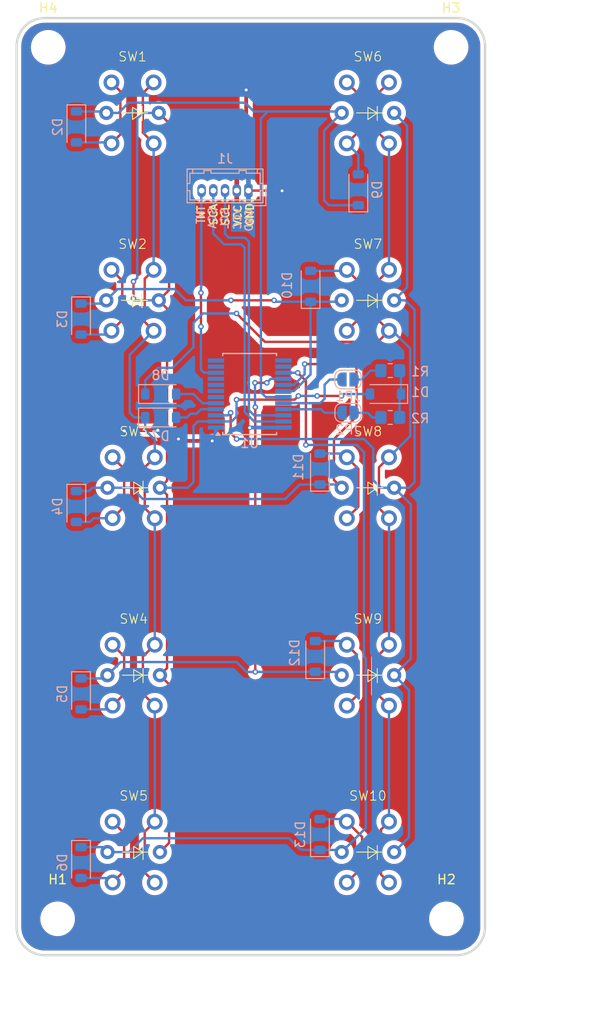
<source format=kicad_pcb>
(kicad_pcb (version 20240108) (generator "pcbnew") (generator_version "8.0")
  (layers (0 "F.Cu" signal) (31 "B.Cu" signal) (34 "B.Paste" user) (35 "F.Paste" user) (36 "B.SilkS" user "B.Silkscreen") (37 "F.SilkS" user "F.Silkscreen") (38 "B.Mask" user) (39 "F.Mask" user) (44 "Edge.Cuts" user))
  (net 0 "")
  (net 1 "GND")
  (net 2 "/COM-0")
  (net 3 "Net-(D1-K)")
  (net 4 "Net-(D2-A)")
  (net 5 "/R2")
  (net 6 "/R3")
  (net 7 "Net-(D3-A)")
  (net 8 "/R4")
  (net 9 "Net-(D4-A)")
  (net 10 "Net-(D5-A)")
  (net 11 "/R5")
  (net 12 "Net-(D6-A)")
  (net 13 "/R6")
  (net 14 "/KS-1")
  (net 15 "/COM-2")
  (net 16 "/COM-3")
  (net 17 "/KS-2")
  (net 18 "Net-(D9-A)")
  (net 19 "Net-(D10-A)")
  (net 20 "Net-(D11-A)")
  (net 21 "Net-(D12-A)")
  (net 22 "Net-(D13-A)")
  (net 23 "/SCA")
  (net 24 "/INT")
  (net 25 "VCC")
  (net 26 "/SCL")
  (net 27 "/R1")
  (net 28 "Net-(JP1-B)")
  (net 29 "/R0")
  (net 30 "Net-(JP2-B)")
  (net 31 "/COM-1")
  (footprint "led-sw:led switch" (layer "F.Cu") (at 107.6213 105)
    (property "Reference" "SW9")
    (property "Value" "DECK-SW9")
  )
  (footprint "led-sw:led switch" (layer "F.Cu") (at 82.6213 123.8787)
    (property "Reference" "SW5")
    (property "Value" "DECK-SW5")
  )
  (footprint "led-sw:led switch" (layer "F.Cu") (at 107.6213 85)
    (property "Reference" "SW8")
    (property "Value" "DECK-SW8")
  )
  (footprint "led-sw:led switch" (layer "F.Cu") (at 82.6213 105)
    (property "Reference" "SW4")
    (property "Value" "DECK-SW4")
  )
  (footprint "led-sw:led switch" (layer "F.Cu") (at 107.6213 65)
    (property "Reference" "SW7")
    (property "Value" "DECK-SW7")
  )
  (footprint "MountingHole:MountingHole_3.2mm_M3" (layer "F.Cu") (at 74.5 131)
    (property "Reference" "H1")
    (property "Value" "MountingHole")
  )
  (footprint "led-sw:led switch" (layer "F.Cu") (at 82.6213 85)
    (property "Reference" "SW3")
    (property "Value" "DECK-SW3")
  )
  (footprint "led-sw:led switch" (layer "F.Cu") (at 107.6213 123.8787)
    (property "Reference" "SW10")
    (property "Value" "DECK-SW10")
  )
  (footprint "led-sw:led switch" (layer "F.Cu") (at 82.5 45)
    (property "Reference" "SW1")
    (property "Value" "DECK-SW1")
  )
  (footprint "MountingHole:MountingHole_3.2mm_M3" (layer "F.Cu") (at 73.5 38)
    (property "Reference" "H4")
    (property "Value" "MountingHole")
  )
  (footprint "led-sw:led switch" (layer "F.Cu") (at 82.5 65)
    (property "Reference" "SW2")
    (property "Value" "DECK-SW2")
  )
  (footprint "MountingHole:MountingHole_3.2mm_M3" (layer "F.Cu") (at 116.5 38)
    (property "Reference" "H3")
    (property "Value" "MountingHole")
  )
  (footprint "led-sw:led switch" (layer "F.Cu") (at 107.6213 45)
    (property "Reference" "SW6")
    (property "Value" "DECK-SW6")
  )
  (footprint "MountingHole:MountingHole_3.2mm_M3" (layer "F.Cu") (at 116 131)
    (property "Reference" "H2")
    (property "Value" "MountingHole")
  )
  (footprint "Diode_SMD:D_SOD-123" (layer "B.Cu") (at 76.5 46.5 -90)
    (property "Reference" "D2")
    (property "Value" "1N4148")
  )
  (footprint "Diode_SMD:D_SOD-123" (layer "B.Cu") (at 102.5 83 90)
    (property "Reference" "D11")
    (property "Value" "1N4148")
  )
  (footprint "Resistor_SMD:R_0805_2012Metric_Pad1.20x1.40mm_HandSolder" (layer "B.Cu") (at 110 72.5)
    (property "Reference" "R1")
    (property "Value" "47K")
  )
  (footprint "Diode_SMD:D_SOD-123" (layer "B.Cu") (at 102 103 90)
    (property "Reference" "D12")
    (property "Value" "1N4148")
  )
  (footprint "Diode_SMD:D_SOD-123" (layer "B.Cu") (at 77 125 -90)
    (property "Reference" "D6")
    (property "Value" "1N4148")
  )
  (footprint "led-sw:Hirose_DF13-05P-1.25DSA_1x05_P1.25mm_Vertical" (layer "B.Cu") (at 94.87 53.29 180)
    (property "Reference" "J1")
    (property "Value" "Conn_01x05")
  )
  (footprint "Diode_SMD:D_SOD-123" (layer "B.Cu") (at 102.5 122 90)
    (property "Reference" "D13")
    (property "Value" "1N4148")
  )
  (footprint "Jumper:SolderJumper-2_P1.3mm_Open_RoundedPad1.0x1.5mm" (layer "B.Cu") (at 105.5 77)
    (property "Reference" "JP2")
    (property "Value" "A1")
  )
  (footprint "Diode_SMD:D_SOD-123" (layer "B.Cu") (at 85.5 75)
    (property "Reference" "D8")
    (property "Value" "1N4148")
  )
  (footprint "Diode_SMD:D_SOD-123" (layer "B.Cu") (at 77 67 -90)
    (property "Reference" "D3")
    (property "Value" "1N4148")
  )
  (footprint "Package_SO:SSOP-24_5.3x8.2mm_P0.65mm" (layer "B.Cu") (at 95 75)
    (property "Reference" "U1")
    (property "Value" "HT16K33 24SOP")
  )
  (footprint "Diode_SMD:D_SOD-123" (layer "B.Cu") (at 76.5 87 -90)
    (property "Reference" "D4")
    (property "Value" "1N4148")
  )
  (footprint "Diode_SMD:D_SOD-123" (layer "B.Cu") (at 109.5 75 180)
    (property "Reference" "D1")
    (property "Value" "1N4148")
  )
  (footprint "Jumper:SolderJumper-2_P1.3mm_Open_RoundedPad1.0x1.5mm" (layer "B.Cu") (at 105.5 73.45)
    (property "Reference" "JP1")
    (property "Value" "A0")
  )
  (footprint "Diode_SMD:D_SOD-123" (layer "B.Cu") (at 77 107 -90)
    (property "Reference" "D5")
    (property "Value" "1N4148")
  )
  (footprint "Diode_SMD:D_SOD-123" (layer "B.Cu") (at 106.6 53.2 90)
    (property "Reference" "D9")
    (property "Value" "1N4148")
  )
  (footprint "Resistor_SMD:R_0805_2012Metric_Pad1.20x1.40mm_HandSolder" (layer "B.Cu") (at 110 77.5)
    (property "Reference" "R2")
    (property "Value" "47K")
  )
  (footprint "Diode_SMD:D_SOD-123" (layer "B.Cu") (at 101.5 63.5 90)
    (property "Reference" "D10")
    (property "Value" "1N4148")
  )
  (footprint "Diode_SMD:D_SOD-123" (layer "B.Cu") (at 85.5 77.5)
    (property "Reference" "D7")
    (property "Value" "1N4148")
  )
  (gr_arc (start 117.12132 34.87868) (mid 119.24264 35.75736) (end 120.12132 37.87868) (stroke (width 0.25)) (layer "Edge.Cuts"))
  (gr_line (start 70.12132 37.87868) (end 70.12132 131.87868) (stroke (width 0.25)) (layer "Edge.Cuts"))
  (gr_line (start 117.12132 34.87868) (end 73.12132 34.87868) (stroke (width 0.25)) (layer "Edge.Cuts"))
  (gr_line (start 73.12132 134.87868) (end 117.12132 134.87868) (stroke (width 0.25)) (layer "Edge.Cuts"))
  (gr_arc (start 73.12132 134.87868) (mid 71 134) (end 70.12132 131.87868) (stroke (width 0.25)) (layer "Edge.Cuts"))
  (gr_arc (start 120.12132 131.87868) (mid 119.24264 134) (end 117.12132 134.87868) (stroke (width 0.25)) (layer "Edge.Cuts"))
  (gr_line (start 120.12132 131.87868) (end 120.12132 37.87868) (stroke (width 0.25)) (layer "Edge.Cuts"))
  (gr_arc (start 70.12132 37.87868) (mid 71 35.75736) (end 73.12132 34.87868) (stroke (width 0.25)) (layer "Edge.Cuts"))
  (gr_text "SCA" (at 91.48 54.98 90) (layer "B.SilkS") (effects (font (size 0.8 0.8)) (justify left bottom mirror)))
  (gr_text "GND" (at 95.39 55.12 90) (layer "B.SilkS") (effects (font (size 0.8 0.8)) (justify left bottom mirror)))
  (gr_text "SCL" (at 92.79 55.05 90) (layer "B.SilkS") (effects (font (size 0.8 0.8)) (justify left bottom mirror)))
  (gr_text "INT" (at 90.21 54.91 90) (layer "B.SilkS") (effects (font (size 0.8 0.8)) (justify left bottom mirror)))
  (gr_text "VCC" (at 94.16 55.05 90) (layer "B.SilkS") (effects (font (size 0.8 0.8)) (justify left bottom mirror)))
  (gr_text "SCA" (at 91.62 57.06 90) (layer "F.SilkS") (effects (font (size 0.8 0.8)) (justify left bottom)))
  (gr_text "VCC" (at 94.19 57.22 90) (layer "F.SilkS") (effects (font (size 0.8 0.8)) (justify left bottom)))
  (gr_text "GND" (at 95.49 57.16 90) (layer "F.SilkS") (effects (font (size 0.8 0.8)) (justify left bottom)))
  (gr_text "SCL" (at 92.89 57.09 90) (layer "F.SilkS") (effects (font (size 0.8 0.8)) (justify left bottom)))
  (gr_text "INT" (at 90.28 56.82 90) (layer "F.SilkS") (effects (font (size 0.8 0.8)) (justify left bottom)))
  (segment (start 94.63 42.55) (end 94.63 51.22) (width 0.4064) (layer "F.Cu") (net 1))
  (segment (start 94.63 51.22) (end 94.87 51.46) (width 0.4064) (layer "F.Cu") (net 1))
  (segment (start 81.7 78.85) (end 81.62 78.93) (width 0.4064) (layer "F.Cu") (net 1))
  (segment (start 91 80) (end 87.6 80) (width 0.4064) (layer "F.Cu") (net 1))
  (segment (start 94.87 53.29) (end 98.44 53.29) (width 0.254) (layer "F.Cu") (net 1))
  (segment (start 87.6 80) (end 87.4 79.8) (width 0.4064) (layer "F.Cu") (net 1))
  (segment (start 94.87 51.46) (end 94.87 53.29) (width 0.4064) (layer "F.Cu") (net 1))
  (segment (start 85.19 78.85) (end 81.7 78.85) (width 0.4064) (layer "F.Cu") (net 1))
  (segment (start 98.44 53.29) (end 98.46 53.31) (width 0.254) (layer "F.Cu") (net 1))
  (via (at 94.63 42.55) (size 0.6) (drill 0.3) (layers "F.Cu" "B.Cu") (net 1))
  (via (at 98.46 53.31) (size 0.6) (drill 0.3) (layers "F.Cu" "B.Cu") (net 1))
  (via (at 81.62 78.93) (size 0.6) (drill 0.3) (layers "F.Cu" "B.Cu") (net 1))
  (via (at 85.19 78.85) (size 0.6) (drill 0.3) (layers "F.Cu" "B.Cu") (net 1))
  (via (at 87.4 79.8) (size 0.5) (drill 0.3) (layers "F.Cu" "B.Cu") (net 1))
  (via (at 91 80) (size 0.5) (drill 0.3) (layers "F.Cu" "B.Cu") (net 1))
  (segment (start 76.48 39.67) (end 93.79 39.67) (width 0.4064) (layer "B.Cu") (net 1))
  (segment (start 91.4 78.575) (end 91.4 79.6) (width 0.4064) (layer "B.Cu") (net 1))
  (segment (start 74.87 76.78) (end 74.87 41.28) (width 0.4064) (layer "B.Cu") (net 1))
  (segment (start 94.65 40.53) (end 94.65 42.53) (width 0.4064) (layer "B.Cu") (net 1))
  (segment (start 75.7 77.61) (end 74.87 76.78) (width 0.4064) (layer "B.Cu") (net 1))
  (segment (start 87.4 79.8) (end 86.14 79.8) (width 0.4064) (layer "B.Cu") (net 1))
  (segment (start 81.62 78.93) (end 80.3 77.61) (width 0.4064) (layer "B.Cu") (net 1))
  (segment (start 78.53 77.61) (end 75.7 77.61) (width 0.4064) (layer "B.Cu") (net 1))
  (segment (start 94.65 42.53) (end 94.63 42.55) (width 0.4064) (layer "B.Cu") (net 1))
  (segment (start 80.3 77.61) (end 78.53 77.61) (width 0.4064) (layer "B.Cu") (net 1))
  (segment (start 91.4 79.6) (end 91 80) (width 0.4064) (layer "B.Cu") (net 1))
  (segment (start 86.14 79.8) (end 85.19 78.85) (width 0.4064) (layer "B.Cu") (net 1))
  (segment (start 74.87 41.28) (end 76.48 39.67) (width 0.4064) (layer "B.Cu") (net 1))
  (segment (start 93.79 39.67) (end 94.65 40.53) (width 0.4064) (layer "B.Cu") (net 1))
  (segment (start 86.4 105.9787) (end 86.4 122.9) (width 0.254) (layer "F.Cu") (net 2))
  (segment (start 102.2 75.2) (end 104.8 75.2) (width 0.254) (layer "F.Cu") (net 2))
  (segment (start 93.6 75.6) (end 99.8 75.6) (width 0.254) (layer "F.Cu") (net 2))
  (segment (start 86.4 63.9) (end 86.4 46.1) (width 0.254) (layer "F.Cu") (net 2))
  (segment (start 86.183299 104.238001) (end 86.183299 85.761999) (width 0.254) (layer "F.Cu") (net 2))
  (segment (start 86.4 122.9) (end 85.4213 123.8787) (width 0.254) (layer "F.Cu") (net 2))
  (segment (start 99.8 75.6) (end 100.2 75.2) (width 0.254) (layer "F.Cu") (net 2))
  (segment (start 86.4 46.1) (end 85.3 45) (width 0.254) (layer "F.Cu") (net 2))
  (segment (start 85.3 65) (end 86.4 63.9) (width 0.254) (layer "F.Cu") (net 2))
  (segment (start 85.4213 105) (end 86.4 105.9787) (width 0.254) (layer "F.Cu") (net 2))
  (segment (start 85.4213 85) (end 86.183299 84.238001) (width 0.254) (layer "F.Cu") (net 2))
  (segment (start 82.6 63) (end 82.6 64.8) (width 0.254) (layer "F.Cu") (net 2))
  (segment (start 86.183299 84.238001) (end 86.183299 65.883299) (width 0.254) (layer "F.Cu") (net 2))
  (segment (start 86.183299 85.761999) (end 85.4213 85) (width 0.254) (layer "F.Cu") (net 2))
  (segment (start 85.4213 105) (end 86.183299 104.238001) (width 0.254) (layer "F.Cu") (net 2))
  (segment (start 86.183299 65.883299) (end 85.3 65) (width 0.254) (layer "F.Cu") (net 2))
  (via (at 82.6 63) (size 0.6) (drill 0.3) (layers "F.Cu" "B.Cu") (net 2))
  (via (at 100.2 75.2) (size 0.6) (drill 0.3) (layers "F.Cu" "B.Cu") (net 2))
  (via (at 104.8 75.2) (size 0.6) (drill 0.3) (layers "F.Cu" "B.Cu") (net 2))
  (via (at 93.6 75.6) (size 0.6) (drill 0.3) (layers "F.Cu" "B.Cu") (net 2))
  (via (at 82.6 64.8) (size 0.6) (drill 0.3) (layers "F.Cu" "B.Cu") (net 2))
  (via (at 102.2 75.2) (size 0.6) (drill 0.3) (layers "F.Cu" "B.Cu") (net 2))
  (segment (start 83 62.6) (end 82.6 63) (width 0.254) (layer "B.Cu") (net 2))
  (segment (start 85.3 45) (end 83.6 45) (width 0.254) (layer "B.Cu") (net 2))
  (segment (start 93.6 77.4) (end 93.075 77.925) (width 0.254) (layer "B.Cu") (net 2))
  (segment (start 100.2 75.2) (end 102.2 75.2) (width 0.254) (layer "B.Cu") (net 2))
  (segment (start 93.075 77.925) (end 91.4 77.925) (width 0.254) (layer "B.Cu") (net 2))
  (segment (start 89 84.4) (end 88.4 85) (width 0.254) (layer "B.Cu") (net 2))
  (segment (start 89 78.4) (end 89 84.4) (width 0.254) (layer "B.Cu") (net 2))
  (segment (start 82.6 64.8) (end 82.8 65) (width 0.254) (layer "B.Cu") (net 2))
  (segment (start 91.4 77.925) (end 89.475 77.925) (width 0.254) (layer "B.Cu") (net 2))
  (segment (start 89.475 77.925) (end 89 78.4) (width 0.254) (layer "B.Cu") (net 2))
  (segment (start 83 45.6) (end 83 62.6) (width 0.254) (layer "B.Cu") (net 2))
  (segment (start 105 75) (end 104.8 75.2) (width 0.254) (layer "B.Cu") (net 2))
  (segment (start 82.8 65) (end 85.3 65) (width 0.254) (layer "B.Cu") (net 2))
  (segment (start 83.6 45) (end 83 45.6) (width 0.254) (layer "B.Cu") (net 2))
  (segment (start 93.6 75.6) (end 93.6 77.4) (width 0.254) (layer "B.Cu") (net 2))
  (segment (start 107.85 75) (end 105 75) (width 0.254) (layer "B.Cu") (net 2))
  (segment (start 88.4 85) (end 85.4213 85) (width 0.254) (layer "B.Cu") (net 2))
  (segment (start 111.15 72.65) (end 111 72.5) (width 0.254) (layer "B.Cu") (net 3))
  (segment (start 111.15 75) (end 111.15 72.65) (width 0.254) (layer "B.Cu") (net 3))
  (segment (start 111 77.5) (end 111 75.15) (width 0.254) (layer "B.Cu") (net 3))
  (segment (start 111 75.15) (end 111.15 75) (width 0.254) (layer "B.Cu") (net 3))
  (segment (start 81.2 42.7) (end 80.25 41.75) (width 0.254) (layer "F.Cu") (net 4))
  (segment (start 81.2 47.3) (end 81.2 42.7) (width 0.254) (layer "F.Cu") (net 4))
  (segment (start 80.25 48.25) (end 81.2 47.3) (width 0.254) (layer "F.Cu") (net 4))
  (segment (start 80.15 48.15) (end 80.25 48.25) (width 0.254) (layer "B.Cu") (net 4))
  (segment (start 76.5 48.15) (end 80.15 48.15) (width 0.254) (layer "B.Cu") (net 4))
  (segment (start 97.2 44.85) (end 102 44.85) (width 0.254) (layer "B.Cu") (net 5))
  (segment (start 98.6 75.325) (end 96.725 75.325) (width 0.254) (layer "B.Cu") (net 5))
  (segment (start 103.45 54.85) (end 102.95 54.35) (width 0.254) (layer "B.Cu") (net 5))
  (segment (start 96.95 44.85) (end 97.2 44.85) (width 0.254) (layer "B.Cu") (net 5))
  (segment (start 104.6713 44.85) (end 104.8213 45) (width 0.254) (layer "B.Cu") (net 5))
  (segment (start 79.55 44.85) (end 79.7 45) (width 0.254) (layer "B.Cu") (net 5))
  (segment (start 79.7 45) (end 81 45) (width 0.254) (layer "B.Cu") (net 5))
  (segment (start 81 45) (end 82.0922 43.9078) (width 0.254) (layer "B.Cu") (net 5))
  (segment (start 96.725 75.325) (end 96.2 74.8) (width 0.254) (layer "B.Cu") (net 5))
  (segment (start 96.2 74.8) (end 96.2 45.6) (width 0.254) (layer "B.Cu") (net 5))
  (segment (start 102 44.85) (end 104.6713 44.85) (width 0.254) (layer "B.Cu") (net 5))
  (segment (start 102.95 46.8713) (end 104.8213 45) (width 0.254) (layer "B.Cu") (net 5))
  (segment (start 94.5078 43.9078) (end 95.4 44.8) (width 0.254) (layer "B.Cu") (net 5))
  (segment (start 95.45 44.85) (end 95.4 44.8) (width 0.254) (layer "B.Cu") (net 5))
  (segment (start 96.2 45.6) (end 96.95 44.85) (width 0.254) (layer "B.Cu") (net 5))
  (segment (start 106.6 54.85) (end 103.45 54.85) (width 0.254) (layer "B.Cu") (net 5))
  (segment (start 76.5 44.85) (end 79.55 44.85) (width 0.254) (layer "B.Cu") (net 5))
  (segment (start 82.0922 43.9078) (end 94.5078 43.9078) (width 0.254) (layer "B.Cu") (net 5))
  (segment (start 102.95 54.35) (end 102.95 46.8713) (width 0.254) (layer "B.Cu") (net 5))
  (segment (start 97.2 44.85) (end 95.45 44.85) (width 0.254) (layer "B.Cu") (net 5))
  (segment (start 97.6 65) (end 93 65) (width 0.254) (layer "F.Cu") (net 6))
  (via (at 93 65) (size 0.6) (drill 0.3) (layers "F.Cu" "B.Cu") (net 6))
  (via (at 97.6 65) (size 0.6) (drill 0.3) (layers "F.Cu" "B.Cu") (net 6))
  (segment (start 87 63.8) (end 80.9 63.8) (width 0.254) (layer "B.Cu") (net 6))
  (segment (start 80.9 63.8) (end 79.7 65) (width 0.254) (layer "B.Cu") (net 6))
  (segment (start 104.6713 65.15) (end 104.8213 65) (width 0.254) (layer "B.Cu") (net 6))
  (segment (start 77 65.35) (end 79.35 65.35) (width 0.254) (layer "B.Cu") (net 6))
  (segment (start 101.5 65.15) (end 97.75 65.15) (width 0.254) (layer "B.Cu") (net 6))
  (segment (start 101.5 65.15) (end 101.5 72.904) (width 0.254) (layer "B.Cu") (net 6))
  (segment (start 99.729 74.675) (end 98.6 74.675) (width 0.254) (layer "B.Cu") (net 6))
  (segment (start 88.2 65) (end 87 63.8) (width 0.254) (layer "B.Cu") (net 6))
  (segment (start 79.35 65.35) (end 79.7 65) (width 0.254) (layer "B.Cu") (net 6))
  (segment (start 97.75 65.15) (end 97.6 65) (width 0.254) (layer "B.Cu") (net 6))
  (segment (start 93 65) (end 88.2 65) (width 0.254) (layer "B.Cu") (net 6))
  (segment (start 101.5 72.904) (end 99.729 74.675) (width 0.254) (layer "B.Cu") (net 6))
  (segment (start 101.5 65.15) (end 104.6713 65.15) (width 0.254) (layer "B.Cu") (net 6))
  (segment (start 80.25 61.75) (end 81.4 62.9) (width 0.254) (layer "F.Cu") (net 7))
  (segment (start 81.4 62.9) (end 81.4 67.1) (width 0.254) (layer "F.Cu") (net 7))
  (segment (start 81.4 67.1) (end 80.25 68.25) (width 0.254) (layer "F.Cu") (net 7))
  (segment (start 79.85 68.65) (end 80.25 68.25) (width 0.254) (layer "B.Cu") (net 7))
  (segment (start 77 68.65) (end 79.85 68.65) (width 0.254) (layer "B.Cu") (net 7))
  (segment (start 106.4 77.4) (end 104 79.8) (width 0.254) (layer "F.Cu") (net 8))
  (segment (start 104 84.1787) (end 104.8213 85) (width 0.254) (layer "F.Cu") (net 8))
  (segment (start 104 79.8) (end 104 84.1787) (width 0.254) (layer "F.Cu") (net 8))
  (segment (start 100.8698 71.8) (end 106 71.8) (width 0.254) (layer "F.Cu") (net 8))
  (segment (start 106 71.8) (end 106.4 72.2) (width 0.254) (layer "F.Cu") (net 8))
  (segment (start 106.4 72.2) (end 106.4 77.4) (width 0.254) (layer "F.Cu") (net 8))
  (via (at 100.8698 71.8) (size 0.6) (drill 0.3) (layers "F.Cu" "B.Cu") (net 8))
  (segment (start 100.8698 72.8842) (end 100.8698 71.8) (width 0.254) (layer "B.Cu") (net 8))
  (segment (start 99.729 74.025) (end 100.8698 72.8842) (width 0.254) (layer "B.Cu") (net 8))
  (segment (start 98.8 86.2) (end 100.35 84.65) (width 0.254) (layer "B.Cu") (net 8))
  (segment (start 78.2 85) (end 79.8213 85) (width 0.254) (layer "B.Cu") (net 8))
  (segment (start 100.35 84.65) (end 102.5 84.65) (width 0.254) (layer "B.Cu") (net 8))
  (segment (start 76.5 85.35) (end 77.85 85.35) (width 0.254) (layer "B.Cu") (net 8))
  (segment (start 82.4 85) (end 83.6 86.2) (width 0.254) (layer "B.Cu") (net 8))
  (segment (start 98.6 74.025) (end 99.729 74.025) (width 0.254) (layer "B.Cu") (net 8))
  (segment (start 104.4713 84.65) (end 104.8213 85) (width 0.254) (layer "B.Cu") (net 8))
  (segment (start 79.8213 85) (end 82.4 85) (width 0.254) (layer "B.Cu") (net 8))
  (segment (start 77.85 85.35) (end 78.2 85) (width 0.254) (layer "B.Cu") (net 8))
  (segment (start 102.5 84.65) (end 104.4713 84.65) (width 0.254) (layer "B.Cu") (net 8))
  (segment (start 83.6 86.2) (end 98.8 86.2) (width 0.254) (layer "B.Cu") (net 8))
  (segment (start 80.3713 81.75) (end 81.6 82.9787) (width 0.254) (layer "F.Cu") (net 9))
  (segment (start 81.6 87.0213) (end 80.3713 88.25) (width 0.254) (layer "F.Cu") (net 9))
  (segment (start 81.6 82.9787) (end 81.6 87.0213) (width 0.254) (layer "F.Cu") (net 9))
  (segment (start 76.5 88.65) (end 77.95 88.65) (width 0.254) (layer "B.Cu") (net 9))
  (segment (start 78.35 88.25) (end 80.3713 88.25) (width 0.254) (layer "B.Cu") (net 9))
  (segment (start 77.95 88.65) (end 78.35 88.25) (width 0.254) (layer "B.Cu") (net 9))
  (segment (start 81.6 102.9787) (end 80.3713 101.75) (width 0.254) (layer "F.Cu") (net 10))
  (segment (start 81.6 107.0213) (end 81.6 102.9787) (width 0.254) (layer "F.Cu") (net 10))
  (segment (start 80.3713 108.25) (end 81.6 107.0213) (width 0.254) (layer "F.Cu") (net 10))
  (segment (start 77 108.65) (end 79.9713 108.65) (width 0.254) (layer "B.Cu") (net 10))
  (segment (start 79.9713 108.65) (end 80.3713 108.25) (width 0.254) (layer "B.Cu") (net 10))
  (segment (start 95.6 76.4) (end 95.6 104.65) (width 0.254) (layer "F.Cu") (net 11))
  (segment (start 96.8302 73.8) (end 95.5698 73.8) (width 0.254) (layer "F.Cu") (net 11))
  (via (at 96.8302 73.8) (size 0.6) (drill 0.3) (layers "F.Cu" "B.Cu") (net 11))
  (via (at 95.6 104.65) (size 0.6) (drill 0.3) (layers "F.Cu" "B.Cu") (net 11))
  (via (at 95.5698 73.8) (size 0.6) (drill 0.3) (layers "F.Cu" "B.Cu") (net 11))
  (via (at 95.6 76.4) (size 0.6) (drill 0.3) (layers "F.Cu" "B.Cu") (net 11))
  (segment (start 97.2552 73.375) (end 96.8302 73.8) (width 0.254) (layer "B.Cu") (net 11))
  (segment (start 102 104.65) (end 104.4713 104.65) (width 0.254) (layer "B.Cu") (net 11))
  (segment (start 95.5698 73.8) (end 95.5698 76.3698) (width 0.254) (layer "B.Cu") (net 11))
  (segment (start 79.4713 105.35) (end 79.8213 105) (width 0.254) (layer "B.Cu") (net 11))
  (segment (start 98.6 73.375) (end 97.2552 73.375) (width 0.254) (layer "B.Cu") (net 11))
  (segment (start 102 104.65) (end 95.6 104.65) (width 0.254) (layer "B.Cu") (net 11))
  (segment (start 93.6 103.6) (end 81.2213 103.6) (width 0.254) (layer "B.Cu") (net 11))
  (segment (start 94.65 104.65) (end 93.6 103.6) (width 0.254) (layer "B.Cu") (net 11))
  (segment (start 95.5698 76.3698) (end 95.6 76.4) (width 0.254) (layer "B.Cu") (net 11))
  (segment (start 77 105.35) (end 79.4713 105.35) (width 0.254) (layer "B.Cu") (net 11))
  (segment (start 104.4713 104.65) (end 104.8213 105) (width 0.254) (layer "B.Cu") (net 11))
  (segment (start 95.6 104.65) (end 94.65 104.65) (width 0.254) (layer "B.Cu") (net 11))
  (segment (start 81.2213 103.6) (end 79.8213 105) (width 0.254) (layer "B.Cu") (net 11))
  (segment (start 81.6 121.8574) (end 80.3713 120.6287) (width 0.254) (layer "F.Cu") (net 12))
  (segment (start 81.6 125.9) (end 81.6 121.8574) (width 0.254) (layer "F.Cu") (net 12))
  (segment (start 80.3713 127.1287) (end 81.6 125.9) (width 0.254) (layer "F.Cu") (net 12))
  (segment (start 77 126.65) (end 79.8926 126.65) (width 0.254) (layer "B.Cu") (net 12))
  (segment (start 79.8926 126.65) (end 80.3713 127.1287) (width 0.254) (layer "B.Cu") (net 12))
  (segment (start 101 73.6) (end 100.131381 72.731381) (width 0.254) (layer "F.Cu") (net 13))
  (segment (start 101 80.4302) (end 101 73.6) (width 0.254) (layer "F.Cu") (net 13))
  (via (at 100.131381 72.731381) (size 0.6) (drill 0.3) (layers "F.Cu" "B.Cu") (net 13))
  (via (at 101 80.4302) (size 0.6) (drill 0.3) (layers "F.Cu" "B.Cu") (net 13))
  (segment (start 99.2 122.4) (end 100.4 123.6) (width 0.254) (layer "B.Cu") (net 13))
  (segment (start 83.6 122.4) (end 99.2 122.4) (width 0.254) (layer "B.Cu") (net 13))
  (segment (start 107.4 121.3) (end 107.4 103.2) (width 0.254) (layer "B.Cu") (net 13))
  (segment (start 100.4 123.6) (end 100.6 123.6) (width 0.254) (layer "B.Cu") (net 13))
  (segment (start 100.6 123.6) (end 100.65 123.65) (width 0.254) (layer "B.Cu") (net 13))
  (segment (start 79.2926 123.35) (end 79.8213 123.8787) (width 0.254) (layer "B.Cu") (net 13))
  (segment (start 104.5926 123.65) (end 104.8213 123.8787) (width 0.254) (layer "B.Cu") (net 13))
  (segment (start 107.2 81.2) (end 106.6 80.6) (width 0.254) (layer "B.Cu") (net 13))
  (segment (start 104.8213 123.8787) (end 107.4 121.3) (width 0.254) (layer "B.Cu") (net 13))
  (segment (start 107.4 103.2) (end 107.2 103) (width 0.254) (layer "B.Cu") (net 13))
  (segment (start 106.4302 80.4302) (end 101 80.4302) (width 0.254) (layer "B.Cu") (net 13))
  (segment (start 100.131381 72.731381) (end 98.606381 72.731381) (width 0.254) (layer "B.Cu") (net 13))
  (segment (start 82.1213 123.8787) (end 83.6 122.4) (width 0.254) (layer "B.Cu") (net 13))
  (segment (start 100.65 123.65) (end 102.5 123.65) (width 0.254) (layer "B.Cu") (net 13))
  (segment (start 79.8213 123.8787) (end 82.1213 123.8787) (width 0.254) (layer "B.Cu") (net 13))
  (segment (start 106.6 80.6) (end 106.4302 80.4302) (width 0.254) (layer "B.Cu") (net 13))
  (segment (start 107.2 103) (end 107.2 81.2) (width 0.254) (layer "B.Cu") (net 13))
  (segment (start 77 123.35) (end 79.2926 123.35) (width 0.254) (layer "B.Cu") (net 13))
  (segment (start 98.606381 72.731381) (end 98.6 72.725) (width 0.254) (layer "B.Cu") (net 13))
  (segment (start 102.5 123.65) (end 104.5926 123.65) (width 0.254) (layer "B.Cu") (net 13))
  (segment (start 83.8 121.7) (end 84.8713 120.6287) (width 0.254) (layer "F.Cu") (net 14))
  (segment (start 83.8 62.7) (end 84.75 61.75) (width 0.254) (layer "F.Cu") (net 14))
  (segment (start 84.8713 108.25) (end 83.6 106.9787) (width 0.254) (layer "F.Cu") (net 14))
  (segment (start 83.8 67.3) (end 83.8 62.7) (width 0.254) (layer "F.Cu") (net 14))
  (segment (start 83.6 106.9787) (end 83.6 103.0213) (width 0.254) (layer "F.Cu") (net 14))
  (segment (start 83.6 103.0213) (end 84.8713 101.75) (width 0.254) (layer "F.Cu") (net 14))
  (segment (start 83.6 42.9) (end 84.75 41.75) (width 0.254) (layer "F.Cu") (net 14))
  (segment (start 84.8713 88.25) (end 83.8 87.1787) (width 0.254) (layer "F.Cu") (net 14))
  (segment (start 84.8713 127.1287) (end 83.8 126.0574) (width 0.254) (layer "F.Cu") (net 14))
  (segment (start 84.75 48.25) (end 83.6 47.1) (width 0.254) (layer "F.Cu") (net 14))
  (segment (start 84.75 68.25) (end 83.8 67.3) (width 0.254) (layer "F.Cu") (net 14))
  (segment (start 83.8 126.0574) (end 83.8 121.7) (width 0.254) (layer "F.Cu") (net 14))
  (segment (start 83.8 82.8213) (end 84.8713 81.75) (width 0.254) (layer "F.Cu") (net 14))
  (segment (start 83.8 87.1787) (end 83.8 82.8213) (width 0.254) (layer "F.Cu") (net 14))
  (segment (start 83.6 47.1) (end 83.6 42.9) (width 0.254) (layer "F.Cu") (net 14))
  (segment (start 84.8713 101.75) (end 84.8713 88.25) (width 0.254) (layer "B.Cu") (net 14))
  (segment (start 83.85 77.5) (end 83.85 78.85) (width 0.254) (layer "B.Cu") (net 14))
  (segment (start 84.8713 120.6287) (end 84.8713 108.25) (width 0.254) (layer "B.Cu") (net 14))
  (segment (start 82.7 77.5) (end 82.2 77) (width 0.254) (layer "B.Cu") (net 14))
  (segment (start 83.85 77.5) (end 82.7 77.5) (width 0.254) (layer "B.Cu") (net 14))
  (segment (start 82.2 70.8) (end 84.75 68.25) (width 0.254) (layer "B.Cu") (net 14))
  (segment (start 84.8713 79.8713) (end 84.8713 81.75) (width 0.254) (layer "B.Cu") (net 14))
  (segment (start 83.85 78.85) (end 84.8713 79.8713) (width 0.254) (layer "B.Cu") (net 14))
  (segment (start 84.75 48.25) (end 84.75 61.75) (width 0.254) (layer "B.Cu") (net 14))
  (segment (start 82.2 77) (end 82.2 70.8) (width 0.254) (layer "B.Cu") (net 14))
  (segment (start 88.7 77.1) (end 89.325 77.1) (width 0.254) (layer "B.Cu") (net 15))
  (segment (start 89.325 77.1) (end 89.8 76.625) (width 0.254) (layer "B.Cu") (net 15))
  (segment (start 88.3 77.5) (end 88.7 77.1) (width 0.254) (layer "B.Cu") (net 15))
  (segment (start 87.15 77.5) (end 88.3 77.5) (width 0.254) (layer "B.Cu") (net 15))
  (segment (start 89.8 76.625) (end 91.4 76.625) (width 0.254) (layer "B.Cu") (net 15))
  (segment (start 87.15 75) (end 89 75) (width 0.254) (layer "B.Cu") (net 16))
  (segment (start 89.975 75.975) (end 91.4 75.975) (width 0.254) (layer "B.Cu") (net 16))
  (segment (start 89 75) (end 89.975 75.975) (width 0.254) (layer "B.Cu") (net 16))
  (segment (start 108.8 82.8213) (end 109.8713 81.75) (width 0.254) (layer "F.Cu") (net 17))
  (segment (start 109.8713 101.75) (end 108.6 103.0213) (width 0.254) (layer "F.Cu") (net 17))
  (segment (start 109.0213 121.4787) (end 109.0213 126.2787) (width 0.254) (layer "F.Cu") (net 17))
  (segment (start 109.8713 41.75) (end 108.8 42.8213) (width 0.254) (layer "F.Cu") (net 17))
  (segment (start 108.8 42.8213) (end 108.8 47.1787) (width 0.254) (layer "F.Cu") (net 17))
  (segment (start 109.0213 126.2787) (end 109.8713 127.1287) (width 0.254) (layer "F.Cu") (net 17))
  (segment (start 108.4 66.7787) (end 109.8713 68.25) (width 0.254) (layer "F.Cu") (net 17))
  (segment (start 109.8713 61.75) (end 108.4 63.2213) (width 0.254) (layer "F.Cu") (net 17))
  (segment (start 93.6 66.4) (end 96.6302 69.4302) (width 0.254) (layer "F.Cu") (net 17))
  (segment (start 108.8 47.1787) (end 109.8713 48.25) (width 0.254) (layer "F.Cu") (net 17))
  (segment (start 108.6 106.9787) (end 109.8713 108.25) (width 0.254) (layer "F.Cu") (net 17))
  (segment (start 108.6911 69.4302) (end 109.8713 68.25) (width 0.254) (layer "F.Cu") (net 17))
  (segment (start 109.8713 120.6287) (end 109.0213 121.4787) (width 0.254) (layer "F.Cu") (net 17))
  (segment (start 109.8713 88.25) (end 108.8 87.1787) (width 0.254) (layer "F.Cu") (net 17))
  (segment (start 108.4 63.2213) (end 108.4 66.7787) (width 0.254) (layer "F.Cu") (net 17))
  (segment (start 96.6302 69.4302) (end 108.6911 69.4302) (width 0.254) (layer "F.Cu") (net 17))
  (segment (start 108.6 103.0213) (end 108.6 106.9787) (width 0.254) (layer "F.Cu") (net 17))
  (segment (start 108.8 87.1787) (end 108.8 82.8213) (width 0.254) (layer "F.Cu") (net 17))
  (via (at 93.6 66.4) (size 0.6) (drill 0.3) (layers "F.Cu" "B.Cu") (net 17))
  (segment (start 109.8713 61.75) (end 109.8713 48.25) (width 0.254) (layer "B.Cu") (net 17))
  (segment (start 110.25 68.25) (end 109.8713 68.25) (width 0.254) (layer "B.Cu") (net 17))
  (segment (start 86.8 72.2) (end 85.2 72.2) (width 0.254) (layer "B.Cu") (net 17))
  (segment (start 112.1428 79.4785) (end 112.1428 70.1428) (width 0.254) (layer "B.Cu") (net 17))
  (segment (start 109.8713 101.75) (end 109.8713 88.25) (width 0.254) (layer "B.Cu") (net 17))
  (segment (start 93.6 66.4) (end 90 66.4) (width 0.254) (layer "B.Cu") (net 17))
  (segment (start 85.2 72.2) (end 83.85 73.55) (width 0.254) (layer "B.Cu") (net 17))
  (segment (start 112.1428 70.1428) (end 110.25 68.25) (width 0.254) (layer "B.Cu") (net 17))
  (segment (start 109.8713 81.75) (end 112.1428 79.4785) (width 0.254) (layer "B.Cu") (net 17))
  (segment (start 83.85 73.55) (end 83.85 75) (width 0.254) (layer "B.Cu") (net 17))
  (segment (start 89 70) (end 86.8 72.2) (width 0.254) (layer "B.Cu") (net 17))
  (segment (start 109.8713 120.6287) (end 109.8713 108.25) (width 0.254) (layer "B.Cu") (net 17))
  (segment (start 89 67.4) (end 89 70) (width 0.254) (layer "B.Cu") (net 17))
  (segment (start 90 66.4) (end 89 67.4) (width 0.254) (layer "B.Cu") (net 17))
  (segment (start 106.71065 46.91065) (end 105.3713 48.25) (width 0.254) (layer "F.Cu") (net 18))
  (segment (start 106.71065 43.08935) (end 106.71065 46.91065) (width 0.254) (layer "F.Cu") (net 18))
  (segment (start 105.3713 41.75) (end 106.71065 43.08935) (width 0.254) (layer "F.Cu") (net 18))
  (segment (start 106.6 51.55) (end 106.6 49.4787) (width 0.254) (layer "B.Cu") (net 18))
  (segment (start 106.6 49.4787) (end 105.3713 48.25) (width 0.254) (layer "B.Cu") (net 18))
  (segment (start 105.2713 48.15) (end 105.3713 48.25) (width 0.254) (layer "B.Cu") (net 18))
  (segment (start 106.6 62.9787) (end 106.6 67.0213) (width 0.254) (layer "F.Cu") (net 19))
  (segment (start 106.6 67.0213) (end 105.3713 68.25) (width 0.254) (layer "F.Cu") (net 19))
  (segment (start 105.3713 61.75) (end 106.6 62.9787) (width 0.254) (layer "F.Cu") (net 19))
  (segment (start 101.5 61.85) (end 105.2713 61.85) (width 0.254) (layer "B.Cu") (net 19))
  (segment (start 105.2713 61.85) (end 105.3713 61.75) (width 0.254) (layer "B.Cu") (net 19))
  (segment (start 106.6 87.0213) (end 105.3713 88.25) (width 0.254) (layer "F.Cu") (net 20))
  (segment (start 106.6 82.9787) (end 106.6 87.0213) (width 0.254) (layer "F.Cu") (net 20))
  (segment (start 105.3713 81.75) (end 106.6 82.9787) (width 0.254) (layer "F.Cu") (net 20))
  (segment (start 104.9713 81.35) (end 105.3713 81.75) (width 0.254) (layer "B.Cu") (net 20))
  (segment (start 102.5 81.35) (end 104.9713 81.35) (width 0.254) (layer "B.Cu") (net 20))
  (segment (start 105.3713 101.75) (end 106.4 102.7787) (width 0.254) (layer "F.Cu") (net 21))
  (segment (start 106.4 102.7787) (end 106.4 107.2213) (width 0.254) (layer "F.Cu") (net 21))
  (segment (start 106.4 107.2213) (end 105.3713 108.25) (width 0.254) (layer "F.Cu") (net 21))
  (segment (start 102 101.35) (end 104.9713 101.35) (width 0.254) (layer "B.Cu") (net 21))
  (segment (start 104.9713 101.35) (end 105.3713 101.75) (width 0.254) (layer "B.Cu") (net 21))
  (segment (start 105.3713 127.1287) (end 107 125.5) (width 0.254) (layer "F.Cu") (net 22))
  (segment (start 107 125.5) (end 107 122.2574) (width 0.254) (layer "F.Cu") (net 22))
  (segment (start 107 122.2574) (end 105.3713 120.6287) (width 0.254) (layer "F.Cu") (net 22))
  (segment (start 102.5 120.35) (end 105.0926 120.35) (width 0.254) (layer "B.Cu") (net 22))
  (segment (start 105.0926 120.35) (end 105.3713 120.6287) (width 0.254) (layer "B.Cu") (net 22))
  (segment (start 91.12 57.88) (end 92.27 59.03) (width 0.254) (layer "B.Cu") (net 23))
  (segment (start 95.478422 77.925) (end 94.4628 76.909378) (width 0.254) (layer "B.Cu") (net 23))
  (segment (start 94.4628 76.909378) (end 94.4628 59.37) (width 0.254) (layer "B.Cu") (net 23))
  (segment (start 94.1228 59.03) (end 94.4628 59.37) (width 0.254) (layer "B.Cu") (net 23))
  (segment (start 98.6 77.925) (end 95.478422 77.925) (width 0.254) (layer "B.Cu") (net 23))
  (segment (start 92.27 59.03) (end 94.1228 59.03) (width 0.254) (layer "B.Cu") (net 23))
  (segment (start 91.12 53.29) (end 91.12 57.88) (width 0.254) (layer "B.Cu") (net 23))
  (segment (start 89.8 67.8) (end 89.8 64.2) (width 0.254) (layer "F.Cu") (net 24))
  (via (at 89.8 67.8) (size 0.6) (drill 0.3) (layers "F.Cu" "B.Cu") (net 24))
  (via (at 89.8 64.2) (size 0.6) (drill 0.3) (layers "F.Cu" "B.Cu") (net 24))
  (segment (start 89.84 63.56) (end 89.8 63.6) (width 0.254) (layer "B.Cu") (net 24))
  (segment (start 89.84 63.56) (end 89.84 54) (width 0.254) (layer "B.Cu") (net 24))
  (segment (start 89.8 72.4) (end 89.8 67.8) (width 0.254) (layer "B.Cu") (net 24))
  (segment (start 90.125 72.725) (end 89.8 72.4) (width 0.254) (layer "B.Cu") (net 24))
  (segment (start 89.8 63.6) (end 89.8 64.2) (width 0.254) (layer "B.Cu") (net 24))
  (segment (start 91.4 72.725) (end 90.125 72.725) (width 0.254) (layer "B.Cu") (net 24))
  (via (at 95 78.6) (size 0.5) (drill 0.3) (layers "F.Cu" "B.Cu") (net 25))
  (segment (start 98.6 78.575) (end 95.025 78.575) (width 0.4064) (layer "B.Cu") (net 25))
  (segment (start 95.025 78.575) (end 95 78.6) (width 0.4064) (layer "B.Cu") (net 25))
  (segment (start 94.92 76.72) (end 94.92 58.73) (width 0.254) (layer "B.Cu") (net 26))
  (segment (start 94.51 58.32) (end 94.92 58.73) (width 0.254) (layer "B.Cu") (net 26))
  (segment (start 98.6 77.275) (end 95.475 77.275) (width 0.254) (layer "B.Cu") (net 26))
  (segment (start 92.37 53.29) (end 92.37 57.92) (width 0.254) (layer "B.Cu") (net 26))
  (segment (start 92.77 58.32) (end 94.51 58.32) (width 0.254) (layer "B.Cu") (net 26))
  (segment (start 95.475 77.275) (end 94.92 76.72) (width 0.254) (layer "B.Cu") (net 26))
  (segment (start 92.37 57.92) (end 92.77 58.32) (width 0.254) (layer "B.Cu") (net 26))
  (segment (start 102.525 75.975) (end 103 75.5) (width 0.254) (layer "B.Cu") (net 27))
  (segment (start 103 74) (end 103.55 73.45) (width 0.254) (layer "B.Cu") (net 27))
  (segment (start 103.55 73.45) (end 104.85 73.45) (width 0.254) (layer "B.Cu") (net 27))
  (segment (start 98.6 75.975) (end 102.525 75.975) (width 0.254) (layer "B.Cu") (net 27))
  (segment (start 103 75.5) (end 103 74) (width 0.254) (layer "B.Cu") (net 27))
  (segment (start 106.95 73.45) (end 106.15 73.45) (width 0.254) (layer "B.Cu") (net 28))
  (segment (start 107.9 72.5) (end 106.95 73.45) (width 0.254) (layer "B.Cu") (net 28))
  (segment (start 109 72.5) (end 107.9 72.5) (width 0.254) (layer "B.Cu") (net 28))
  (segment (start 103 77) (end 104.85 77) (width 0.254) (layer "B.Cu") (net 29))
  (segment (start 98.6 76.625) (end 102.625 76.625) (width 0.254) (layer "B.Cu") (net 29))
  (segment (start 102.625 76.625) (end 103 77) (width 0.254) (layer "B.Cu") (net 29))
  (segment (start 107.6 77) (end 106.15 77) (width 0.254) (layer "B.Cu") (net 30))
  (segment (start 108.1 77.5) (end 107.6 77) (width 0.254) (layer "B.Cu") (net 30))
  (segment (start 109 77.5) (end 108.1 77.5) (width 0.254) (layer "B.Cu") (net 30))
  (segment (start 92.9698 77) (end 92.9698 79.1698) (width 0.254) (layer "F.Cu") (net 31))
  (segment (start 92.9698 79.1698) (end 93.6 79.8) (width 0.254) (layer "F.Cu") (net 31))
  (via (at 92.9698 77) (size 0.6) (drill 0.3) (layers "F.Cu" "B.Cu") (net 31))
  (via (at 93.6 79.8) (size 0.6) (drill 0.3) (layers "F.Cu" "B.Cu") (net 31))
  (segment (start 112.6 66) (end 111.6 65) (width 0.254) (layer "B.Cu") (net 31))
  (segment (start 111.6 65) (end 110.4213 65) (width 0.254) (layer "B.Cu") (net 31))
  (segment (start 111.8 46.3787) (end 110.4213 45) (width 0.254) (layer "B.Cu") (net 31))
  (segment (start 111.8 63.6213) (end 111.8 46.3787) (width 0.254) (layer "B.Cu") (net 31))
  (segment (start 110.4213 105) (end 112.2 103.2213) (width 0.254) (layer "B.Cu") (net 31))
  (segment (start 110.4213 65) (end 111.8 63.6213) (width 0.254) (layer "B.Cu") (net 31))
  (segment (start 91.4 77.275) (end 92.6948 77.275) (width 0.254) (layer "B.Cu") (net 31))
  (segment (start 110.4213 85) (end 112 85) (width 0.254) (layer "B.Cu") (net 31))
  (segment (start 112.2 86.7787) (end 110.4213 85) (width 0.254) (layer "B.Cu") (net 31))
  (segment (start 110.4213 123.8787) (end 112 122.3) (width 0.254) (layer "B.Cu") (net 31))
  (segment (start 112 85) (end 112.6 84.4) (width 0.254) (layer "B.Cu") (net 31))
  (segment (start 93.6 79.8) (end 107.2 79.8) (width 0.254) (layer "B.Cu") (net 31))
  (segment (start 108.2 80.8) (end 108.2 84.2) (width 0.254) (layer "B.Cu") (net 31))
  (segment (start 92.6948 77.275) (end 92.9698 77) (width 0.254) (layer "B.Cu") (net 31))
  (segment (start 112 106.5787) (end 110.4213 105) (width 0.254) (layer "B.Cu") (net 31))
  (segment (start 112.2 103.2213) (end 112.2 86.7787) (width 0.254) (layer "B.Cu") (net 31))
  (segment (start 107.2 79.8) (end 108.2 80.8) (width 0.254) (layer "B.Cu") (net 31))
  (segment (start 112.6 84.4) (end 112.6 66) (width 0.254) (layer "B.Cu") (net 31))
  (segment (start 109 85) (end 110.4213 85) (width 0.254) (layer "B.Cu") (net 31))
  (segment (start 108.2 84.2) (end 109 85) (width 0.254) (layer "B.Cu") (net 31))
  (segment (start 112 122.3) (end 112 106.5787) (width 0.254) (layer "B.Cu") (net 31))
  (zone (net 25) (net_name "VCC") (layer "F.Cu") (connect_pads (clearance 0.5)) (min_thickness 0.25) (fill yes (thermal_gap 0.5) (thermal_bridge_width 0.5))
    (polygon (pts (xy 120.5 34.5) (xy 120.5 135.5) (xy 69.5 135.5) (xy 69.5 34.5)))
  )
  (zone (net 1) (net_name "GND") (layer "B.Cu") (connect_pads (clearance 0.5)) (min_thickness 0.25) (fill yes (thermal_gap 0.5) (thermal_bridge_width 0.5))
    (polygon (pts (xy 120.5 34.5) (xy 120.5 135.5) (xy 69.5 135.5) (xy 69.5 34.5)))
  )
)
</source>
